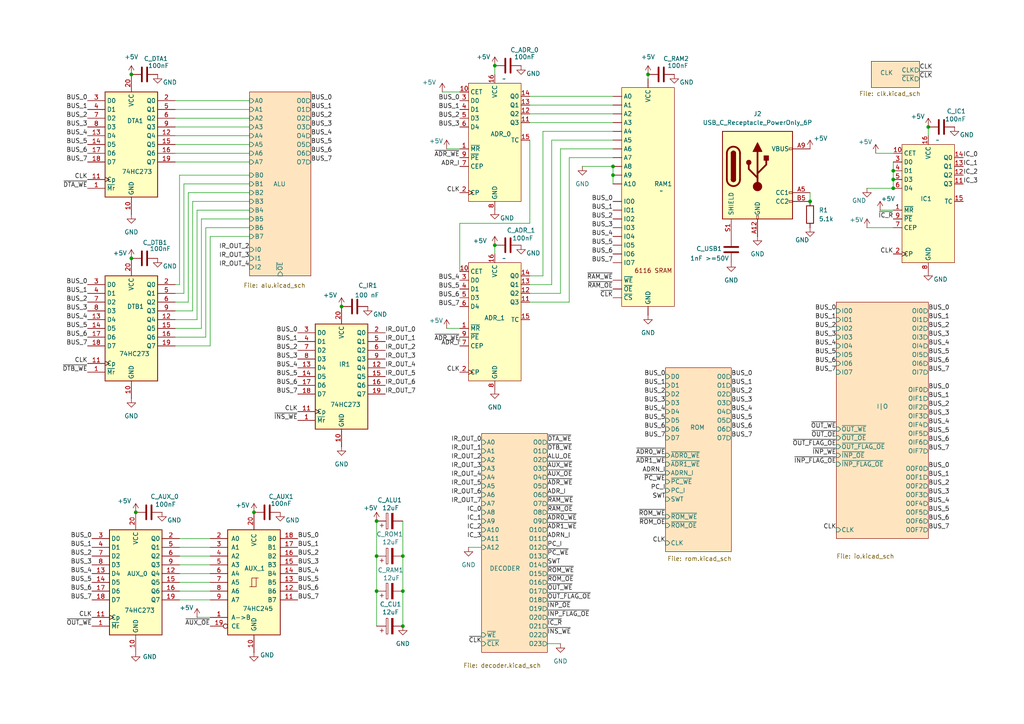
<source format=kicad_sch>
(kicad_sch (version 20250114) (generator "eeschema") (generator_version "9.0")
  (paper "A4")
  (title_block (title "8 bit CPU v2") (date "2025-09-14") (rev "1") (company "Sergio Miguéns Iglesias"))
  (lib_symbols
    (symbol "74xx:74HC245" (pin_names (offset 1.016))
      (property "Reference" "U" (at -7.62 16.51 0))
      (property "Value" "74HC245" (at -7.62 -16.51 0))
      (symbol "74HC245_1_0"
        (polyline (pts (xy -1.27 -1.27) (xy 0.635 -1.27) (xy 0.635 1.27) (xy 1.27 1.27)))
        (polyline (pts (xy -0.635 -1.27) (xy -0.635 1.27) (xy 0.635 1.27)))
        (pin tri_state line (at -12.7 12.7 0) (length 5.08) (name "A0") (number "2"))
        (pin tri_state line (at -12.7 10.16 0) (length 5.08) (name "A1") (number "3"))
        (pin tri_state line (at -12.7 7.62 0) (length 5.08) (name "A2") (number "4"))
        (pin tri_state line (at -12.7 5.08 0) (length 5.08) (name "A3") (number "5"))
        (pin tri_state line (at -12.7 2.54 0) (length 5.08) (name "A4") (number "6"))
        (pin tri_state line (at -12.7 0 0) (length 5.08) (name "A5") (number "7"))
        (pin tri_state line (at -12.7 -2.54 0) (length 5.08) (name "A6") (number "8"))
        (pin tri_state line (at -12.7 -5.08 0) (length 5.08) (name "A7") (number "9"))
        (pin input line (at -12.7 -10.16 0) (length 5.08) (name "A->B") (number "1"))
        (pin input inverted (at -12.7 -12.7 0) (length 5.08) (name "CE") (number "19"))
        (pin power_in line (at 0 20.32 270) (length 5.08) (name "VCC") (number "20"))
        (pin power_in line (at 0 -20.32 90) (length 5.08) (name "GND") (number "10"))
        (pin tri_state line (at 12.7 12.7 180) (length 5.08) (name "B0") (number "18"))
        (pin tri_state line (at 12.7 10.16 180) (length 5.08) (name "B1") (number "17"))
        (pin tri_state line (at 12.7 7.62 180) (length 5.08) (name "B2") (number "16"))
        (pin tri_state line (at 12.7 5.08 180) (length 5.08) (name "B3") (number "15"))
        (pin tri_state line (at 12.7 2.54 180) (length 5.08) (name "B4") (number "14"))
        (pin tri_state line (at 12.7 0 180) (length 5.08) (name "B5") (number "13"))
        (pin tri_state line (at 12.7 -2.54 180) (length 5.08) (name "B6") (number "12"))
        (pin tri_state line (at 12.7 -5.08 180) (length 5.08) (name "B7") (number "11"))
      )
      (symbol "74HC245_1_1"
        (rectangle (start -7.62 15.24) (end 7.62 -15.24) (stroke (width 0.254)) (fill (type background)))
      )
    )
    (symbol "74xx:74HC273"
      (property "Reference" "U" (at -7.62 16.51 0))
      (property "Value" "74HC273" (at -7.62 -16.51 0))
      (symbol "74HC273_1_0"
        (pin input line (at -12.7 12.7 0) (length 5.08) (name "D0") (number "3"))
        (pin input line (at -12.7 10.16 0) (length 5.08) (name "D1") (number "4"))
        (pin input line (at -12.7 7.62 0) (length 5.08) (name "D2") (number "7"))
        (pin input line (at -12.7 5.08 0) (length 5.08) (name "D3") (number "8"))
        (pin input line (at -12.7 2.54 0) (length 5.08) (name "D4") (number "13"))
        (pin input line (at -12.7 0 0) (length 5.08) (name "D5") (number "14"))
        (pin input line (at -12.7 -2.54 0) (length 5.08) (name "D6") (number "17"))
        (pin input line (at -12.7 -5.08 0) (length 5.08) (name "D7") (number "18"))
        (pin input clock (at -12.7 -10.16 0) (length 5.08) (name "Cp") (number "11"))
        (pin input line (at -12.7 -12.7 0) (length 5.08) (name "~{Mr}") (number "1"))
        (pin power_in line (at 0 20.32 270) (length 5.08) (name "VCC") (number "20"))
        (pin power_in line (at 0 -20.32 90) (length 5.08) (name "GND") (number "10"))
        (pin output line (at 12.7 12.7 180) (length 5.08) (name "Q0") (number "2"))
        (pin output line (at 12.7 10.16 180) (length 5.08) (name "Q1") (number "5"))
        (pin output line (at 12.7 7.62 180) (length 5.08) (name "Q2") (number "6"))
        (pin output line (at 12.7 5.08 180) (length 5.08) (name "Q3") (number "9"))
        (pin output line (at 12.7 2.54 180) (length 5.08) (name "Q4") (number "12"))
        (pin output line (at 12.7 0 180) (length 5.08) (name "Q5") (number "15"))
        (pin output line (at 12.7 -2.54 180) (length 5.08) (name "Q6") (number "16"))
        (pin output line (at 12.7 -5.08 180) (length 5.08) (name "Q7") (number "19"))
      )
      (symbol "74HC273_1_1"
        (rectangle (start -7.62 15.24) (end 7.62 -15.24) (stroke (width 0.254)) (fill (type background)))
      )
    )
    (symbol "Connector:USB_C_Receptacle_PowerOnly_6P" (pin_names (offset 1.016))
      (property "Reference" "J" (at 0 16.51 0))
      (property "Value" "USB_C_Receptacle_PowerOnly_6P" (at 0 13.97 0))
      (symbol "USB_C_Receptacle_PowerOnly_6P_0_0"
        (rectangle (start -0.254 -12.7) (end 0.254 -11.684))
        (rectangle (start 10.16 7.874) (end 9.144 7.366))
        (rectangle (start 10.16 -4.826) (end 9.144 -5.334))
        (rectangle (start 10.16 -7.366) (end 9.144 -7.874))
      )
      (symbol "USB_C_Receptacle_PowerOnly_6P_0_1"
        (rectangle (start -10.16 12.7) (end 10.16 -12.7) (stroke (width 0.254)) (fill (type background)))
        (polyline (pts (xy -8.89 -1.27) (xy -8.89 6.35)) (stroke (width 0.508)))
        (rectangle (start -7.62 -1.27) (end -6.35 6.35) (stroke (width 0.254)) (fill (type outline)))
        (arc (start -7.62 6.35) (mid -6.985 6.9823) (end -6.35 6.35) (stroke (width 0.254)))
        (arc (start -7.62 6.35) (mid -6.985 6.9823) (end -6.35 6.35) (stroke (width 0.254)) (fill (type outline)))
        (arc (start -8.89 6.35) (mid -6.985 8.2467) (end -5.08 6.35) (stroke (width 0.508)))
        (arc (start -5.08 -1.27) (mid -6.985 -3.1667) (end -8.89 -1.27) (stroke (width 0.508)))
        (arc (start -6.35 -1.27) (mid -6.985 -1.9023) (end -7.62 -1.27) (stroke (width 0.254)))
        (arc (start -6.35 -1.27) (mid -6.985 -1.9023) (end -7.62 -1.27) (stroke (width 0.254)) (fill (type outline)))
        (polyline (pts (xy -5.08 6.35) (xy -5.08 -1.27)) (stroke (width 0.508)))
        (circle (center -2.54 3.683) (radius 0.635) (stroke (width 0.254)) (fill (type outline)))
        (polyline (pts (xy -1.27 6.858) (xy 0 9.398) (xy 1.27 6.858) (xy -1.27 6.858)) (stroke (width 0.254)) (fill (type outline)))
        (polyline (pts (xy 0 0.508) (xy 2.54 3.048) (xy 2.54 4.318)) (stroke (width 0.508)))
        (polyline (pts (xy 0 -0.762) (xy -2.54 1.778) (xy -2.54 3.048)) (stroke (width 0.508)))
        (polyline (pts (xy 0 -3.302) (xy 0 6.858)) (stroke (width 0.508)))
        (circle (center 0 -3.302) (radius 1.27) (fill (type outline)))
        (rectangle (start 1.905 4.318) (end 3.175 5.588) (stroke (width 0.254)) (fill (type outline)))
      )
      (symbol "USB_C_Receptacle_PowerOnly_6P_1_1"
        (pin passive line (at -7.62 -17.78 90) (length 5.08) (name "SHIELD") (number "S1"))
        (pin passive line (at 0 -17.78 90) (length 5.08) (name "GND") (number "A12"))
        (pin passive line (at 0 -17.78 90) (length 5.08) (hide yes) (name "GND") (number "B12"))
        (pin passive line (at 15.24 7.62 180) (length 5.08) (name "VBUS") (number "A9"))
        (pin passive line (at 15.24 7.62 180) (length 5.08) (hide yes) (name "VBUS") (number "B9"))
        (pin bidirectional line (at 15.24 -5.08 180) (length 5.08) (name "CC1") (number "A5"))
        (pin bidirectional line (at 15.24 -7.62 180) (length 5.08) (name "CC2") (number "B5"))
      )
    )
    (symbol "Device:C" (pin_numbers (hide yes)) (pin_names (offset 0.254))
      (property "Reference" "C" (at 0.635 2.54 0))
      (property "Value" "C" (at 0.635 -2.54 0))
      (symbol "C_0_1"
        (polyline (pts (xy -2.032 0.762) (xy 2.032 0.762)) (stroke (width 0.508)))
        (polyline (pts (xy -2.032 -0.762) (xy 2.032 -0.762)) (stroke (width 0.508)))
      )
      (symbol "C_1_1"
        (pin passive line (at 0 3.81 270) (length 2.794) (name "~") (number "1"))
        (pin passive line (at 0 -3.81 90) (length 2.794) (name "~") (number "2"))
      )
    )
    (symbol "Device:C_Polarized" (pin_numbers (hide yes)) (pin_names (offset 0.254))
      (property "Reference" "C" (at 0.635 2.54 0))
      (property "Value" "C_Polarized" (at 0.635 -2.54 0))
      (symbol "C_Polarized_0_1"
        (rectangle (start -2.286 0.508) (end 2.286 1.016))
        (polyline (pts (xy -1.778 2.286) (xy -0.762 2.286)))
        (polyline (pts (xy -1.27 2.794) (xy -1.27 1.778)))
        (rectangle (start 2.286 -0.508) (end -2.286 -1.016) (fill (type outline)))
      )
      (symbol "C_Polarized_1_1"
        (pin passive line (at 0 3.81 270) (length 2.794) (name "~") (number "1"))
        (pin passive line (at 0 -3.81 90) (length 2.794) (name "~") (number "2"))
      )
    )
    (symbol "Device:R" (pin_numbers (hide yes)) (pin_names (offset 0))
      (property "Reference" "R" (at 2.032 0 90))
      (property "Value" "R" (at 0 0 90))
      (symbol "R_0_1"
        (rectangle (start -1.016 -2.54) (end 1.016 2.54) (stroke (width 0.254)))
      )
      (symbol "R_1_1"
        (pin passive line (at 0 3.81 270) (length 1.27) (name "~") (number "1"))
        (pin passive line (at 0 -3.81 90) (length 1.27) (name "~") (number "2"))
      )
    )
    (symbol "custom:6116"
      (property "Reference" "U" (at 0 0 0))
      (symbol "6116_1_1"
        (rectangle (start -7.62 31.75) (end 7.62 -31.75) (fill (type background)))
        (text "6116 SRAM" (at 1.524 -21.336 0) (effects (font (size 1.27 1.27))))
        (pin input line (at -10.16 29.21 0) (length 2.54) (name "A0") (number ""))
        (pin input line (at -10.16 26.67 0) (length 2.54) (name "A1") (number ""))
        (pin input line (at -10.16 24.13 0) (length 2.54) (name "A2") (number ""))
        (pin input line (at -10.16 21.59 0) (length 2.54) (name "A3") (number ""))
        (pin input line (at -10.16 19.05 0) (length 2.54) (name "A4") (number ""))
        (pin input line (at -10.16 16.51 0) (length 2.54) (name "A5") (number ""))
        (pin input line (at -10.16 13.97 0) (length 2.54) (name "A6") (number ""))
        (pin input line (at -10.16 11.43 0) (length 2.54) (name "A7") (number ""))
        (pin input line (at -10.16 8.89 0) (length 2.54) (name "A8") (number ""))
        (pin input line (at -10.16 6.35 0) (length 2.54) (name "A9") (number ""))
        (pin input line (at -10.16 3.81 0) (length 2.54) (name "A10") (number ""))
        (pin tri_state line (at -10.16 -1.27 0) (length 2.54) (name "IO0") (number ""))
        (pin tri_state line (at -10.16 -3.81 0) (length 2.54) (name "IO1") (number ""))
        (pin tri_state line (at -10.16 -6.35 0) (length 2.54) (name "IO2") (number ""))
        (pin tri_state line (at -10.16 -8.89 0) (length 2.54) (name "IO3") (number ""))
        (pin tri_state line (at -10.16 -11.43 0) (length 2.54) (name "IO4") (number ""))
        (pin tri_state line (at -10.16 -13.97 0) (length 2.54) (name "IO5") (number ""))
        (pin tri_state line (at -10.16 -16.51 0) (length 2.54) (name "IO6") (number ""))
        (pin tri_state line (at -10.16 -19.05 0) (length 2.54) (name "IO7") (number ""))
        (pin input line (at -10.16 -24.13 0) (length 2.54) (name "~{WE}") (number ""))
        (pin input line (at -10.16 -26.67 0) (length 2.54) (name "~{OE}") (number ""))
        (pin input line (at -10.16 -29.21 0) (length 2.54) (name "~{CS}") (number ""))
        (pin power_in line (at 0 34.29 270) (length 2.54) (name "VCC") (number ""))
        (pin power_in line (at 0 -34.29 90) (length 2.54) (name "GND") (number ""))
      )
    )
    (symbol "custom:74HC161"
      (property "Reference" "U" (at 0 0 0))
      (symbol "74HC161_1_1"
        (rectangle (start -7.62 16.51) (end 7.62 -17.78) (fill (type background)))
        (pin input line (at -10.16 13.97 0) (length 2.54) (name "CET") (number "10"))
        (pin input line (at -10.16 11.43 0) (length 2.54) (name "D0") (number "3"))
        (pin input line (at -10.16 8.89 0) (length 2.54) (name "D1") (number "4"))
        (pin input line (at -10.16 6.35 0) (length 2.54) (name "D3") (number "5"))
        (pin input line (at -10.16 3.81 0) (length 2.54) (name "D4") (number "6"))
        (pin input line (at -10.16 -2.54 0) (length 2.54) (name "~{MR}") (number "1"))
        (pin input line (at -10.16 -5.08 0) (length 2.54) (name "~{PE}") (number "9"))
        (pin input line (at -10.16 -7.62 0) (length 2.54) (name "CEP") (number "7"))
        (pin input clock (at -10.16 -15.24 0) (length 2.54) (name "CP") (number "2"))
        (pin power_in line (at 0 19.05 270) (length 2.54) (name "VCC") (number "16"))
        (pin power_in line (at 0 -20.32 90) (length 2.54) (name "GND") (number "8"))
        (pin output line (at 10.16 12.7 180) (length 2.54) (name "Q0") (number "14"))
        (pin output line (at 10.16 10.16 180) (length 2.54) (name "Q1") (number "13"))
        (pin output line (at 10.16 7.62 180) (length 2.54) (name "Q2") (number "12"))
        (pin output line (at 10.16 5.08 180) (length 2.54) (name "Q3") (number "11"))
        (pin output line (at 10.16 0 180) (length 2.54) (name "TC") (number "15"))
      )
    )
    (symbol "power:+5V" (power) (pin_numbers (hide yes)) (pin_names (offset 0) (hide yes))
      (property "Value" "+5V" (at 0 3.556 0))
      (symbol "+5V_0_1"
        (polyline (pts (xy -0.762 1.27) (xy 0 2.54)))
        (polyline (pts (xy 0 2.54) (xy 0.762 1.27)))
        (polyline (pts (xy 0 0) (xy 0 2.54)))
      )
      (symbol "+5V_1_1"
        (pin power_in line (at 0 0 90) (length 0) (name "~") (number "1"))
      )
    )
    (symbol "power:GND" (power) (pin_numbers (hide yes)) (pin_names (offset 0) (hide yes))
      (property "Value" "GND" (at 0 -3.81 0))
      (symbol "GND_0_1"
        (polyline (pts (xy 0 0) (xy 0 -1.27) (xy 1.27 -1.27) (xy 0 -2.54) (xy -1.27 -1.27) (xy 0 -1.27)))
      )
      (symbol "GND_1_1"
        (pin power_in line (at 0 0 270) (length 0) (name "~") (number "1"))
      )
    )
  )
  (junction (at 38.1 74.93))
  (junction (at 116.84 161.29))
  (junction (at 143.51 71.12))
  (junction (at 38.1 21.59))
  (junction (at 109.22 151.13))
  (junction (at 177.8 48.26))
  (junction (at 269.24 36.83))
  (junction (at 234.95 58.42))
  (junction (at 116.84 171.45))
  (junction (at 259.08 54.61))
  (junction (at 187.96 21.59))
  (junction (at 39.37 148.59))
  (junction (at 143.51 19.05))
  (junction (at 116.84 181.61))
  (junction (at 99.06 88.9))
  (junction (at 109.22 171.45))
  (junction (at 177.8 50.8))
  (junction (at 259.08 49.53))
  (junction (at 259.08 52.07))
  (junction (at 109.22 161.29))
  (junction (at 73.66 148.59))
  (wire (pts (xy 50.8 41.91) (xy 72.39 41.91)))
  (wire (pts (xy 153.67 40.64) (xy 153.67 64.77)))
  (wire (pts (xy 50.8 46.99) (xy 72.39 46.99)))
  (wire (pts (xy 234.95 55.88) (xy 234.95 58.42)))
  (wire (pts (xy 60.96 168.91) (xy 52.07 168.91)))
  (wire (pts (xy 153.67 64.77) (xy 133.35 64.77)))
  (wire (pts (xy 135.89 158.75) (xy 139.7 158.75)))
  (wire (pts (xy 133.35 43.18) (xy 129.54 43.18)))
  (wire (pts (xy 158.75 186.69) (xy 162.56 186.69)))
  (wire (pts (xy 60.96 100.33) (xy 60.96 68.58)))
  (wire (pts (xy 50.8 44.45) (xy 72.39 44.45)))
  (wire (pts (xy 133.35 97.79) (xy 133.35 99.06)))
  (wire (pts (xy 50.8 34.29) (xy 72.39 34.29)))
  (wire (pts (xy 54.61 87.63) (xy 54.61 55.88)))
  (wire (pts (xy 153.67 35.56) (xy 177.8 35.56)))
  (wire (pts (xy 52.07 82.55) (xy 52.07 50.8)))
  (wire (pts (xy 165.1 87.63) (xy 153.67 87.63)))
  (wire (pts (xy 177.8 48.26) (xy 177.8 50.8)))
  (wire (pts (xy 177.8 50.8) (xy 177.8 53.34)))
  (wire (pts (xy 60.96 173.99) (xy 52.07 173.99)))
  (wire (pts (xy 59.69 66.04) (xy 72.39 66.04)))
  (wire (pts (xy 50.8 100.33) (xy 60.96 100.33)))
  (wire (pts (xy 157.48 38.1) (xy 177.8 38.1)))
  (wire (pts (xy 57.15 92.71) (xy 57.15 60.96)))
  (wire (pts (xy 50.8 39.37) (xy 72.39 39.37)))
  (wire (pts (xy 58.42 63.5) (xy 72.39 63.5)))
  (wire (pts (xy 60.96 163.83) (xy 52.07 163.83)))
  (wire (pts (xy 177.8 45.72) (xy 165.1 45.72)))
  (wire (pts (xy 187.96 21.59) (xy 187.96 22.86)))
  (wire (pts (xy 57.15 179.07) (xy 60.96 179.07)))
  (wire (pts (xy 128.27 26.67) (xy 133.35 26.67)))
  (wire (pts (xy 251.46 66.04) (xy 259.08 66.04)))
  (wire (pts (xy 259.08 60.96) (xy 255.27 60.96)))
  (wire (pts (xy 55.88 58.42) (xy 72.39 58.42)))
  (wire (pts (xy 259.08 52.07) (xy 259.08 54.61)))
  (wire (pts (xy 153.67 27.94) (xy 177.8 27.94)))
  (wire (pts (xy 60.96 171.45) (xy 52.07 171.45)))
  (wire (pts (xy 50.8 31.75) (xy 72.39 31.75)))
  (wire (pts (xy 60.96 161.29) (xy 52.07 161.29)))
  (wire (pts (xy 143.51 71.12) (xy 143.51 73.66)))
  (wire (pts (xy 60.96 158.75) (xy 52.07 158.75)))
  (wire (pts (xy 58.42 95.25) (xy 58.42 63.5)))
  (wire (pts (xy 109.22 161.29) (xy 109.22 171.45)))
  (wire (pts (xy 133.35 64.77) (xy 133.35 78.74)))
  (wire (pts (xy 55.88 90.17) (xy 55.88 58.42)))
  (wire (pts (xy 60.96 166.37) (xy 52.07 166.37)))
  (wire (pts (xy 116.84 151.13) (xy 116.84 161.29)))
  (wire (pts (xy 160.02 82.55) (xy 153.67 82.55)))
  (wire (pts (xy 157.48 80.01) (xy 157.48 38.1)))
  (wire (pts (xy 59.69 97.79) (xy 59.69 66.04)))
  (wire (pts (xy 53.34 85.09) (xy 53.34 53.34)))
  (wire (pts (xy 50.8 29.21) (xy 72.39 29.21)))
  (wire (pts (xy 162.56 85.09) (xy 162.56 43.18)))
  (wire (pts (xy 57.15 60.96) (xy 72.39 60.96)))
  (wire (pts (xy 160.02 40.64) (xy 160.02 82.55)))
  (wire (pts (xy 54.61 55.88) (xy 72.39 55.88)))
  (wire (pts (xy 50.8 87.63) (xy 54.61 87.63)))
  (wire (pts (xy 60.96 156.21) (xy 52.07 156.21)))
  (wire (pts (xy 153.67 33.02) (xy 177.8 33.02)))
  (wire (pts (xy 259.08 49.53) (xy 259.08 52.07)))
  (wire (pts (xy 50.8 36.83) (xy 72.39 36.83)))
  (wire (pts (xy 269.24 36.83) (xy 269.24 39.37)))
  (wire (pts (xy 50.8 92.71) (xy 57.15 92.71)))
  (wire (pts (xy 153.67 80.01) (xy 157.48 80.01)))
  (wire (pts (xy 143.51 19.05) (xy 143.51 21.59)))
  (wire (pts (xy 259.08 46.99) (xy 259.08 49.53)))
  (wire (pts (xy 53.34 53.34) (xy 72.39 53.34)))
  (wire (pts (xy 153.67 30.48) (xy 177.8 30.48)))
  (wire (pts (xy 116.84 171.45) (xy 116.84 181.61)))
  (wire (pts (xy 177.8 40.64) (xy 160.02 40.64)))
  (wire (pts (xy 254 44.45) (xy 259.08 44.45)))
  (wire (pts (xy 133.35 95.25) (xy 129.54 95.25)))
  (wire (pts (xy 50.8 90.17) (xy 55.88 90.17)))
  (wire (pts (xy 60.96 68.58) (xy 72.39 68.58)))
  (wire (pts (xy 153.67 85.09) (xy 162.56 85.09)))
  (wire (pts (xy 50.8 85.09) (xy 53.34 85.09)))
  (wire (pts (xy 50.8 95.25) (xy 58.42 95.25)))
  (wire (pts (xy 52.07 82.55) (xy 50.8 82.55)))
  (wire (pts (xy 162.56 43.18) (xy 177.8 43.18)))
  (wire (pts (xy 52.07 50.8) (xy 72.39 50.8)))
  (wire (pts (xy 177.8 48.26) (xy 168.91 48.26)))
  (wire (pts (xy 109.22 151.13) (xy 109.22 161.29)))
  (wire (pts (xy 50.8 97.79) (xy 59.69 97.79)))
  (wire (pts (xy 251.46 54.61) (xy 259.08 54.61)))
  (wire (pts (xy 165.1 45.72) (xy 165.1 87.63)))
  (wire (pts (xy 116.84 161.29) (xy 116.84 171.45)))
  (wire (pts (xy 109.22 171.45) (xy 109.22 181.61)))
  (label "ADR_I" (at 158.75 143.51 0))
  (label "BUS_2" (at 86.36 101.6 180))
  (label "~{ADR_WE}" (at 133.35 45.72 180))
  (label "BUS_1" (at 269.24 92.71 0))
  (label "BUS_0" (at 86.36 156.21 0))
  (label "IR_OUT_3" (at 72.39 74.93 180))
  (label "IC_0" (at 139.7 148.59 180))
  (label "~{INP_OE}" (at 158.75 176.53 0))
  (label "IR_OUT_1" (at 139.7 130.81 180))
  (label "BUS_2" (at 177.8 63.5 180))
  (label "~{OUT_WE}" (at 26.67 181.61 180))
  (label "BUS_1" (at 269.24 115.57 0))
  (label "BUS_4" (at 25.4 39.37 180))
  (label "ADRN_I" (at 158.75 156.21 0))
  (label "~{IC_R}" (at 259.08 63.5 180))
  (label "BUS_0" (at 269.24 90.17 0))
  (label "BUS_7" (at 86.36 114.3 180))
  (label "BUS_4" (at 242.57 100.33 180))
  (label "BUS_6" (at 26.67 171.45 180))
  (label "BUS_5" (at 90.17 41.91 0))
  (label "~{ADR0_WE}" (at 158.75 151.13 0))
  (label "BUS_5" (at 269.24 148.59 0))
  (label "~{INP_WE}" (at 242.57 132.08 180))
  (label "IR_OUT_2" (at 72.39 72.39 180))
  (label "BUS_6" (at 90.17 44.45 0))
  (label "BUS_2" (at 86.36 161.29 0))
  (label "~{ADR_WE}" (at 158.75 140.97 0))
  (label "IC_1" (at 139.7 151.13 180))
  (label "BUS_6" (at 177.8 73.66 180))
  (label "BUS_0" (at 269.24 113.03 0))
  (label "BUS_4" (at 26.67 166.37 180))
  (label "IR_OUT_1" (at 111.76 99.06 0))
  (label "BUS_6" (at 25.4 97.79 180))
  (label "~{OUT_WE}" (at 242.57 124.46 180))
  (label "BUS_1" (at 133.35 31.75 180))
  (label "BUS_2" (at 242.57 95.25 180))
  (label "CLK" (at 25.4 105.41 180))
  (label "BUS_3" (at 212.09 116.84 0))
  (label "BUS_3" (at 86.36 104.14 180))
  (label "BUS_6" (at 212.09 124.46 0))
  (label "BUS_7" (at 193.04 127 180))
  (label "BUS_6" (at 242.57 105.41 180))
  (label "~{INS_WE}" (at 158.75 184.15 0))
  (label "BUS_5" (at 86.36 168.91 0))
  (label "~{AUX_OE}" (at 60.96 181.61 180))
  (label "IR_OUT_0" (at 139.7 128.27 180))
  (label "BUS_3" (at 269.24 143.51 0))
  (label "~{RAM_WE}" (at 177.8 81.28 180))
  (label "CLK" (at 26.67 179.07 180))
  (label "BUS_2" (at 269.24 140.97 0))
  (label "BUS_2" (at 212.09 114.3 0))
  (label "BUS_0" (at 133.35 29.21 180))
  (label "BUS_7" (at 269.24 107.95 0))
  (label "CLK" (at 86.36 119.38 180))
  (label "BUS_3" (at 90.17 36.83 0))
  (label "IR_OUT_5" (at 111.76 109.22 0))
  (label "CLK" (at 266.7 20.32 0))
  (label "BUS_5" (at 86.36 109.22 180))
  (label "BUS_3" (at 25.4 36.83 180))
  (label "ADR_I" (at 133.35 48.26 180))
  (label "BUS_1" (at 25.4 31.75 180))
  (label "ADRN_I" (at 193.04 137.16 180))
  (label "~{ADR1_WE}" (at 158.75 153.67 0))
  (label "BUS_1" (at 26.67 158.75 180))
  (label "~{ROM_WE}" (at 193.04 149.86 180))
  (label "BUS_3" (at 86.36 163.83 0))
  (label "BUS_2" (at 269.24 95.25 0))
  (label "BUS_6" (at 193.04 124.46 180))
  (label "SWT" (at 193.04 144.78 180))
  (label "BUS_2" (at 90.17 34.29 0))
  (label "CLK" (at 133.35 107.95 180))
  (label "BUS_0" (at 86.36 96.52 180))
  (label "IR_OUT_6" (at 111.76 111.76 0))
  (label "BUS_4" (at 269.24 146.05 0))
  (label "~{INP_FLAG_OE}" (at 242.57 134.62 180))
  (label "ALU_OE" (at 158.75 133.35 0))
  (label "BUS_7" (at 269.24 130.81 0))
  (label "BUS_3" (at 269.24 97.79 0))
  (label "BUS_7" (at 212.09 127 0))
  (label "SWT" (at 158.75 163.83 0))
  (label "IR_OUT_3" (at 139.7 135.89 180))
  (label "BUS_4" (at 269.24 123.19 0))
  (label "BUS_1" (at 269.24 138.43 0))
  (label "BUS_0" (at 26.67 156.21 180))
  (label "BUS_7" (at 25.4 46.99 180))
  (label "BUS_2" (at 193.04 114.3 180))
  (label "BUS_4" (at 25.4 92.71 180))
  (label "~{PC_WE}" (at 193.04 139.7 180))
  (label "BUS_0" (at 25.4 29.21 180))
  (label "PC_I" (at 193.04 142.24 180))
  (label "BUS_4" (at 86.36 166.37 0))
  (label "BUS_3" (at 177.8 66.04 180))
  (label "BUS_2" (at 25.4 34.29 180))
  (label "~{INS_WE}" (at 86.36 121.92 180))
  (label "~{PC_WE}" (at 158.75 161.29 0))
  (label "BUS_2" (at 269.24 118.11 0))
  (label "BUS_6" (at 133.35 86.36 180))
  (label "~{RAM_WE}" (at 158.75 146.05 0))
  (label "BUS_1" (at 25.4 85.09 180))
  (label "BUS_4" (at 86.36 106.68 180))
  (label "BUS_4" (at 193.04 119.38 180))
  (label "BUS_5" (at 269.24 102.87 0))
  (label "BUS_7" (at 25.4 100.33 180))
  (label "~{RAM_OE}" (at 158.75 148.59 0))
  (label "BUS_1" (at 242.57 92.71 180))
  (label "BUS_7" (at 269.24 153.67 0))
  (label "BUS_6" (at 86.36 111.76 180))
  (label "BUS_3" (at 25.4 90.17 180))
  (label "~{IC_R}" (at 158.75 181.61 0))
  (label "~{ADR1_WE}" (at 193.04 134.62 180))
  (label "BUS_1" (at 90.17 31.75 0))
  (label "BUS_1" (at 212.09 111.76 0))
  (label "CLK" (at 193.04 157.48 180))
  (label "BUS_6" (at 269.24 105.41 0))
  (label "BUS_6" (at 86.36 171.45 0))
  (label "~{ROM_WE}" (at 158.75 166.37 0))
  (label "~{CLK}" (at 177.8 86.36 180))
  (label "IC_1" (at 279.4 48.26 0))
  (label "BUS_1" (at 177.8 60.96 180))
  (label "BUS_4" (at 133.35 81.28 180))
  (label "BUS_2" (at 25.4 87.63 180))
  (label "BUS_7" (at 86.36 173.99 0))
  (label "ADR_I" (at 133.35 100.33 180))
  (label "BUS_7" (at 26.67 173.99 180))
  (label "~{OUT_WE}" (at 158.75 171.45 0))
  (label "~{INP_FLAG_OE}" (at 158.75 179.07 0))
  (label "~{CLK}" (at 139.7 186.69 180))
  (label "~{ROM_OE}" (at 158.75 168.91 0))
  (label "BUS_5" (at 212.09 121.92 0))
  (label "BUS_5" (at 133.35 83.82 180))
  (label "IR_OUT_7" (at 111.76 114.3 0))
  (label "~{DTB_WE}" (at 158.75 130.81 0))
  (label "~{CLK}" (at 266.7 22.86 0))
  (label "BUS_6" (at 269.24 151.13 0))
  (label "BUS_5" (at 242.57 102.87 180))
  (label "~{OUT_FLAG_OE}" (at 242.57 129.54 180))
  (label "BUS_5" (at 25.4 95.25 180))
  (label "CLK" (at 133.35 55.88 180))
  (label "BUS_3" (at 242.57 97.79 180))
  (label "~{RAM_OE}" (at 177.8 83.82 180))
  (label "BUS_3" (at 269.24 120.65 0))
  (label "~{DTB_WE}" (at 25.4 107.95 180))
  (label "CLK" (at 259.08 73.66 180))
  (label "~{OUT_OE}" (at 242.57 127 180))
  (label "~{DTA_WE}" (at 158.75 128.27 0))
  (label "BUS_0" (at 242.57 90.17 180))
  (label "BUS_1" (at 86.36 158.75 0))
  (label "BUS_3" (at 133.35 36.83 180))
  (label "IR_OUT_2" (at 139.7 133.35 180))
  (label "BUS_4" (at 212.09 119.38 0))
  (label "BUS_2" (at 26.67 161.29 180))
  (label "BUS_0" (at 193.04 109.22 180))
  (label "IR_OUT_4" (at 72.39 77.47 180))
  (label "BUS_0" (at 25.4 82.55 180))
  (label "BUS_2" (at 133.35 34.29 180))
  (label "CLK" (at 242.57 153.67 180))
  (label "IR_OUT_4" (at 139.7 138.43 180))
  (label "BUS_4" (at 90.17 39.37 0))
  (label "BUS_7" (at 133.35 88.9 180))
  (label "BUS_0" (at 90.17 29.21 0))
  (label "IR_OUT_2" (at 111.76 101.6 0))
  (label "BUS_4" (at 269.24 100.33 0))
  (label "~{AUX_WE}" (at 158.75 135.89 0))
  (label "BUS_3" (at 26.67 163.83 180))
  (label "BUS_1" (at 193.04 111.76 180))
  (label "IC_2" (at 139.7 153.67 180))
  (label "BUS_1" (at 86.36 99.06 180))
  (label "IR_OUT_6" (at 139.7 143.51 180))
  (label "~{ADR_WE}" (at 133.35 99.06 180))
  (label "BUS_3" (at 193.04 116.84 180))
  (label "BUS_7" (at 90.17 46.99 0))
  (label "BUS_0" (at 177.8 58.42 180))
  (label "BUS_6" (at 269.24 128.27 0))
  (label "PC_I" (at 158.75 158.75 0))
  (label "IR_OUT_4" (at 111.76 106.68 0))
  (label "~{ROM_OE}" (at 193.04 152.4 180))
  (label "BUS_5" (at 177.8 71.12 180))
  (label "BUS_7" (at 177.8 76.2 180))
  (label "~{AUX_OE}" (at 158.75 138.43 0))
  (label "BUS_5" (at 193.04 121.92 180))
  (label "CLK" (at 25.4 52.07 180))
  (label "IC_3" (at 139.7 156.21 180))
  (label "~{OUT_FLAG_OE}" (at 158.75 173.99 0))
  (label "BUS_0" (at 212.09 109.22 0))
  (label "IR_OUT_7" (at 139.7 146.05 180))
  (label "IR_OUT_3" (at 111.76 104.14 0))
  (label "IC_0" (at 279.4 45.72 0))
  (label "BUS_6" (at 25.4 44.45 180))
  (label "IR_OUT_0" (at 111.76 96.52 0))
  (label "IR_OUT_5" (at 139.7 140.97 180))
  (label "~{ADR0_WE}" (at 193.04 132.08 180))
  (label "BUS_7" (at 242.57 107.95 180))
  (label "IC_2" (at 279.4 50.8 0))
  (label "BUS_5" (at 26.67 168.91 180))
  (label "IC_3" (at 279.4 53.34 0))
  (label "BUS_4" (at 177.8 68.58 180))
  (label "BUS_0" (at 269.24 135.89 0))
  (label "~{DTA_WE}" (at 25.4 54.61 180))
  (label "BUS_5" (at 269.24 125.73 0))
  (label "BUS_5" (at 25.4 41.91 180))
  (symbol (lib_id "Device:C") (at 41.91 74.93 90) (unit 1)
    (property "Reference" "C_DTB1" (at 44.958 70.358 90))
    (property "Value" "100nF" (at 46.482 72.136 90))
    (property "Description" "Unpolarized capacitor" (effects (hide yes)))
  )
  (symbol (lib_id "power:GND") (at 73.66 189.23 0) (unit 1)
    (property "Reference" "#PWR0156" (effects (hide yes)))
    (property "Value" "GND" (at 77.47 189.992 0))
    (property "Description" "Power symbol creates a global label with name \"GND\" , ground" (effects (hide yes)))
  )
  (symbol (lib_id "Device:C_Polarized") (at 113.03 161.29 90) (unit 1)
    (property "Reference" "C_ROM1" (at 113.03 154.94 90))
    (property "Value" "12uF" (at 113.284 157.226 90))
    (property "Description" "Polarized capacitor" (effects (hide yes)))
  )
  (symbol (lib_id "Device:C") (at 102.87 88.9 90) (unit 1)
    (property "Reference" "C_IR1" (at 106.68 82.804 90))
    (property "Value" "100 nF" (at 106.426 85.598 90))
    (property "Description" "Unpolarized capacitor" (effects (hide yes)))
  )
  (symbol (lib_id "power:GND") (at 45.72 21.59 0) (unit 1)
    (property "Reference" "#PWR0150" (effects (hide yes)))
    (property "Value" "GND" (at 49.276 23.876 0))
    (property "Description" "Power symbol creates a global label with name \"GND\" , ground" (effects (hide yes)))
  )
  (symbol (lib_id "power:+5V") (at 187.96 21.59 0) (unit 1)
    (property "Reference" "#PWR0115" (effects (hide yes)))
    (property "Value" "+5V" (at 187.96 16.51 0))
    (property "Description" "Power symbol creates a global label with name \"+5V\"" (effects (hide yes)))
  )
  (symbol (lib_id "power:GND") (at 151.13 71.12 0) (unit 1)
    (property "Reference" "#PWR018" (effects (hide yes)))
    (property "Value" "GND" (at 154.686 73.406 0))
    (property "Description" "Power symbol creates a global label with name \"GND\" , ground" (effects (hide yes)))
  )
  (symbol (lib_id "power:GND") (at 135.89 158.75 0) (unit 1)
    (property "Reference" "#PWR08" (effects (hide yes)))
    (property "Value" "GND" (at 135.89 163.83 0))
    (property "Description" "Power symbol creates a global label with name \"GND\" , ground" (effects (hide yes)))
  )
  (symbol (lib_id "power:GND") (at 168.91 48.26 0) (unit 1)
    (property "Reference" "#PWR0107" (effects (hide yes)))
    (property "Value" "GND" (at 168.91 53.34 0))
    (property "Description" "Power symbol creates a global label with name \"GND\" , ground" (effects (hide yes)))
  )
  (symbol (lib_id "power:GND") (at 106.68 88.9 0) (unit 1)
    (property "Reference" "#PWR0137" (effects (hide yes)))
    (property "Value" "GND" (at 110.236 91.186 0))
    (property "Description" "Power symbol creates a global label with name \"GND\" , ground" (effects (hide yes)))
  )
  (symbol (lib_id "power:+5V") (at 99.06 88.9 0) (unit 1)
    (property "Reference" "#PWR015" (effects (hide yes)))
    (property "Value" "+5V" (at 95.758 85.598 0))
    (property "Description" "Power symbol creates a global label with name \"+5V\"" (effects (hide yes)))
  )
  (symbol (lib_id "Device:C") (at 212.09 72.39 0) (unit 1)
    (property "Reference" "C_USB1" (at 201.93 72.136 0) (effects (justify left)))
    (property "Value" "1nF >=50V" (at 200.152 74.93 0) (effects (justify left)))
    (property "Description" "Unpolarized capacitor" (effects (hide yes)))
  )
  (symbol (lib_id "Connector:USB_C_Receptacle_PowerOnly_6P") (at 219.71 50.8 0) (unit 1)
    (property "Reference" "J2" (at 219.71 33.02 0))
    (property "Value" "USB_C_Receptacle_PowerOnly_6P" (at 219.71 35.56 0))
    (property "Datasheet" "https://www.usb.org/sites/default/files/documents/usb_type-c.zip" (effects (hide yes)))
    (property "Description" "USB Power-Only 6P Type-C Receptacle connector" (effects (hide yes)))
  )
  (symbol (lib_id "custom:6116") (at 187.96 57.15 0) (unit 1)
    (property "Reference" "RAM1" (at 189.738 53.34 0) (effects (justify left)))
    (property "Value" "~" (at 191.262 55.372 0) (effects (justify left)))
  )
  (symbol (lib_id "Device:R") (at 234.95 62.23 0) (unit 1)
    (property "Reference" "R1" (at 237.49 60.9599 0) (effects (justify left)))
    (property "Value" "5.1k" (at 237.49 63.4999 0) (effects (justify left)))
    (property "Description" "Resistor" (effects (hide yes)))
  )
  (symbol (lib_id "power:GND") (at 219.71 68.58 0) (unit 1)
    (property "Reference" "#PWR0192" (effects (hide yes)))
    (property "Value" "GND" (at 219.71 73.66 0))
    (property "Description" "Power symbol creates a global label with name \"GND\" , ground" (effects (hide yes)))
  )
  (symbol (lib_id "power:GND") (at 151.13 19.05 0) (unit 1)
    (property "Reference" "#PWR017" (effects (hide yes)))
    (property "Value" "GND" (at 154.686 21.336 0))
    (property "Description" "Power symbol creates a global label with name \"GND\" , ground" (effects (hide yes)))
  )
  (symbol (lib_id "74xx:74HC273") (at 38.1 41.91 0) (unit 1)
    (property "Reference" "DTA1" (at 36.83 35.052 0) (effects (justify left)))
    (property "Value" "74HC273" (at 35.306 49.784 0) (effects (justify left)))
    (property "Footprint" "Package_DIP:DIP-20_W7.62mm" (effects (hide yes)))
    (property "Datasheet" "https://assets.nexperia.com/documents/data-sheet/74HC_HCT273.pdf" (effects (hide yes)))
    (property "Description" "8-bit D Flip-Flop, reset" (effects (hide yes)))
  )
  (symbol (lib_id "power:+5V") (at 57.15 179.07 0) (unit 1)
    (property "Reference" "#PWR0154" (effects (hide yes)))
    (property "Value" "+5V" (at 54.102 176.276 0))
    (property "Description" "Power symbol creates a global label with name \"+5V\"" (effects (hide yes)))
  )
  (symbol (lib_id "power:+5V") (at 129.54 95.25 0) (unit 1)
    (property "Reference" "#PWR0110" (effects (hide yes)))
    (property "Value" "+5V" (at 126.492 92.964 0))
    (property "Description" "Power symbol creates a global label with name \"+5V\"" (effects (hide yes)))
  )
  (symbol (lib_id "power:GND") (at 38.1 115.57 0) (unit 1)
    (property "Reference" "#PWR02" (effects (hide yes)))
    (property "Value" "GND" (at 38.1 120.65 0))
    (property "Description" "Power symbol creates a global label with name \"GND\" , ground" (effects (hide yes)))
  )
  (symbol (lib_id "power:+5V") (at 39.37 148.59 0) (unit 1)
    (property "Reference" "#PWR0151" (effects (hide yes)))
    (property "Value" "+5V" (at 36.068 145.288 0))
    (property "Description" "Power symbol creates a global label with name \"+5V\"" (effects (hide yes)))
  )
  (symbol (lib_id "power:GND") (at 39.37 189.23 0) (unit 1)
    (property "Reference" "#PWR0152" (effects (hide yes)))
    (property "Value" "GND" (at 43.434 190.5 0))
    (property "Description" "Power symbol creates a global label with name \"GND\" , ground" (effects (hide yes)))
  )
  (symbol (lib_id "Device:C") (at 43.18 148.59 90) (unit 1)
    (property "Reference" "C_AUX_0" (at 47.752 144.018 90))
    (property "Value" "100nF" (at 48.006 146.304 90))
    (property "Description" "Unpolarized capacitor" (effects (hide yes)))
  )
  (symbol (lib_id "power:+5V") (at 254 44.45 0) (unit 1)
    (property "Reference" "#PWR0139" (effects (hide yes)))
    (property "Value" "+5V" (at 250.952 41.148 0))
    (property "Description" "Power symbol creates a global label with name \"+5V\"" (effects (hide yes)))
  )
  (symbol (lib_id "power:+5V") (at 129.54 43.18 0) (unit 1)
    (property "Reference" "#PWR0109" (effects (hide yes)))
    (property "Value" "+5V" (at 126.492 40.894 0))
    (property "Description" "Power symbol creates a global label with name \"+5V\"" (effects (hide yes)))
  )
  (symbol (lib_id "74xx:74HC245") (at 73.66 168.91 0) (unit 1)
    (property "Reference" "AUX_1" (at 70.866 164.846 0) (effects (justify left)))
    (property "Value" "74HC245" (at 70.358 176.53 0) (effects (justify left)))
    (property "Datasheet" "http://www.ti.com/lit/gpn/sn74HC245" (effects (hide yes)))
    (property "Description" "Octal BUS Transceivers, 3-State outputs" (effects (hide yes)))
  )
  (symbol (lib_id "Device:C") (at 77.47 148.59 90) (unit 1)
    (property "Reference" "C_AUX1" (at 81.534 144.018 90))
    (property "Value" "100nF" (at 81.534 146.05 90))
    (property "Description" "Unpolarized capacitor" (effects (hide yes)))
  )
  (symbol (lib_id "power:+5V") (at 269.24 36.83 0) (unit 1)
    (property "Reference" "#PWR0148" (effects (hide yes)))
    (property "Value" "+5V" (at 266.192 33.782 0))
    (property "Description" "Power symbol creates a global label with name \"+5V\"" (effects (hide yes)))
  )
  (symbol (lib_id "power:GND") (at 195.58 21.59 0) (unit 1)
    (property "Reference" "#PWR0133" (effects (hide yes)))
    (property "Value" "GND" (at 199.136 23.876 0))
    (property "Description" "Power symbol creates a global label with name \"GND\" , ground" (effects (hide yes)))
  )
  (symbol (lib_id "Device:C") (at 41.91 21.59 90) (unit 1)
    (property "Reference" "C_DTA1" (at 45.212 17.018 90))
    (property "Value" "100nF" (at 45.974 19.05 90))
    (property "Description" "Unpolarized capacitor" (effects (hide yes)))
  )
  (symbol (lib_id "power:GND") (at 143.51 113.03 0) (unit 1)
    (property "Reference" "#PWR0114" (effects (hide yes)))
    (property "Value" "GND" (at 143.51 118.11 0))
    (property "Description" "Power symbol creates a global label with name \"GND\" , ground" (effects (hide yes)))
  )
  (symbol (lib_id "power:GND") (at 116.84 181.61 0) (unit 1)
    (property "Reference" "#PWR0196" (effects (hide yes)))
    (property "Value" "GND" (at 116.84 186.69 0))
    (property "Description" "Power symbol creates a global label with name \"GND\" , ground" (effects (hide yes)))
  )
  (symbol (lib_id "power:GND") (at 38.1 62.23 0) (unit 1)
    (property "Reference" "#PWR01" (effects (hide yes)))
    (property "Value" "GND" (at 38.1 67.31 0))
    (property "Description" "Power symbol creates a global label with name \"GND\" , ground" (effects (hide yes)))
  )
  (symbol (lib_id "power:GND") (at 212.09 76.2 0) (unit 1)
    (property "Reference" "#PWR0191" (effects (hide yes)))
    (property "Value" "GND" (at 212.09 81.28 0))
    (property "Description" "Power symbol creates a global label with name \"GND\" , ground" (effects (hide yes)))
  )
  (symbol (lib_id "power:GND") (at 162.56 186.69 0) (unit 1)
    (property "Reference" "#PWR07" (effects (hide yes)))
    (property "Value" "GND" (at 162.56 191.77 0))
    (property "Description" "Power symbol creates a global label with name \"GND\" , ground" (effects (hide yes)))
  )
  (symbol (lib_id "power:GND") (at 143.51 60.96 0) (unit 1)
    (property "Reference" "#PWR0112" (effects (hide yes)))
    (property "Value" "GND" (at 147.066 63.246 0))
    (property "Description" "Power symbol creates a global label with name \"GND\" , ground" (effects (hide yes)))
  )
  (symbol (lib_id "Device:C_Polarized") (at 113.03 151.13 90) (unit 1)
    (property "Reference" "C_ALU1" (at 113.03 145.034 90))
    (property "Value" "12uF" (at 113.284 147.32 90))
    (property "Description" "Polarized capacitor" (effects (hide yes)))
  )
  (symbol (lib_id "Device:C_Polarized") (at 113.03 171.45 90) (unit 1)
    (property "Reference" "C_RAM1" (at 113.284 165.354 90))
    (property "Value" "12uF" (at 113.538 167.64 90))
    (property "Description" "Polarized capacitor" (effects (hide yes)))
  )
  (symbol (lib_id "power:GND") (at 45.72 74.93 0) (unit 1)
    (property "Reference" "#PWR0138" (effects (hide yes)))
    (property "Value" "GND" (at 49.276 77.216 0))
    (property "Description" "Power symbol creates a global label with name \"GND\" , ground" (effects (hide yes)))
  )
  (symbol (lib_id "power:+5V") (at 234.95 43.18 0) (unit 1)
    (property "Reference" "#PWR0194" (effects (hide yes)))
    (property "Value" "+5V" (at 237.998 40.132 0))
    (property "Description" "Power symbol creates a global label with name \"+5V\"" (effects (hide yes)))
  )
  (symbol (lib_id "power:GND") (at 81.28 148.59 0) (unit 1)
    (property "Reference" "#PWR0157" (effects (hide yes)))
    (property "Value" "GND" (at 84.836 150.876 0))
    (property "Description" "Power symbol creates a global label with name \"GND\" , ground" (effects (hide yes)))
  )
  (symbol (lib_id "power:+5V") (at 73.66 148.59 0) (unit 1)
    (property "Reference" "#PWR0155" (effects (hide yes)))
    (property "Value" "+5V" (at 70.358 146.558 0))
    (property "Description" "Power symbol creates a global label with name \"+5V\"" (effects (hide yes)))
  )
  (symbol (lib_id "custom:74HC161") (at 143.51 40.64 0) (unit 1)
    (property "Reference" "ADR_0" (at 142.24 38.862 0) (effects (justify left)))
    (property "Value" "~" (at 145.6533 22.86 0) (effects (justify left)))
  )
  (symbol (lib_id "custom:74HC161") (at 269.24 58.42 0) (unit 1)
    (property "Reference" "IC1" (at 266.954 57.658 0) (effects (justify left)))
    (property "Value" "~" (at 271.3833 40.64 0) (effects (justify left)))
  )
  (symbol (lib_id "Device:C") (at 273.05 36.83 90) (unit 1)
    (property "Reference" "C_IC1" (at 277.368 32.258 90))
    (property "Value" "100nF" (at 277.114 34.544 90))
    (property "Description" "Unpolarized capacitor" (effects (hide yes)))
  )
  (symbol (lib_id "power:+5V") (at 109.22 151.13 0) (unit 1)
    (property "Reference" "#PWR0195" (effects (hide yes)))
    (property "Value" "+5V" (at 107.442 147.32 0))
    (property "Description" "Power symbol creates a global label with name \"+5V\"" (effects (hide yes)))
  )
  (symbol (lib_id "power:+5V") (at 251.46 66.04 0) (unit 1)
    (property "Reference" "#PWR0136" (effects (hide yes)))
    (property "Value" "+5V" (at 248.412 63.754 0))
    (property "Description" "Power symbol creates a global label with name \"+5V\"" (effects (hide yes)))
  )
  (symbol (lib_id "power:GND") (at 187.96 91.44 0) (unit 1)
    (property "Reference" "#PWR0116" (effects (hide yes)))
    (property "Value" "GND" (at 187.96 96.52 0))
    (property "Description" "Power symbol creates a global label with name \"GND\" , ground" (effects (hide yes)))
  )
  (symbol (lib_id "power:GND") (at 99.06 129.54 0) (unit 1)
    (property "Reference" "#PWR019" (effects (hide yes)))
    (property "Value" "GND" (at 99.06 134.62 0))
    (property "Description" "Power symbol creates a global label with name \"GND\" , ground" (effects (hide yes)))
  )
  (symbol (lib_id "power:+5V") (at 128.27 26.67 0) (unit 1)
    (property "Reference" "#PWR0108" (effects (hide yes)))
    (property "Value" "+5V" (at 124.46 23.876 0))
    (property "Description" "Power symbol creates a global label with name \"+5V\"" (effects (hide yes)))
  )
  (symbol (lib_id "74xx:74HC273") (at 39.37 168.91 0) (unit 1)
    (property "Reference" "AUX_0" (at 36.83 166.37 0) (effects (justify left)))
    (property "Value" "74HC273" (at 36.068 177.038 0) (effects (justify left)))
    (property "Footprint" "Package_DIP:DIP-20_W7.62mm" (effects (hide yes)))
    (property "Datasheet" "https://assets.nexperia.com/documents/data-sheet/74HC_HCT273.pdf" (effects (hide yes)))
    (property "Description" "8-bit D Flip-Flop, reset" (effects (hide yes)))
  )
  (symbol (lib_id "power:GND") (at 46.99 148.59 0) (unit 1)
    (property "Reference" "#PWR0153" (effects (hide yes)))
    (property "Value" "GND" (at 50.546 150.876 0))
    (property "Description" "Power symbol creates a global label with name \"GND\" , ground" (effects (hide yes)))
  )
  (symbol (lib_id "power:+5V") (at 38.1 21.59 0) (unit 1)
    (property "Reference" "#PWR04" (effects (hide yes)))
    (property "Value" "+5V" (at 38.1 16.51 0))
    (property "Description" "Power symbol creates a global label with name \"+5V\"" (effects (hide yes)))
  )
  (symbol (lib_id "power:+5V") (at 143.51 19.05 0) (unit 1)
    (property "Reference" "#PWR0111" (effects (hide yes)))
    (property "Value" "+5V" (at 140.208 16.51 0))
    (property "Description" "Power symbol creates a global label with name \"+5V\"" (effects (hide yes)))
  )
  (symbol (lib_id "power:GND") (at 234.95 66.04 0) (unit 1)
    (property "Reference" "#PWR0193" (effects (hide yes)))
    (property "Value" "GND" (at 232.664 69.596 0))
    (property "Description" "Power symbol creates a global label with name \"GND\" , ground" (effects (hide yes)))
  )
  (symbol (lib_id "power:+5V") (at 143.51 71.12 0) (unit 1)
    (property "Reference" "#PWR0113" (effects (hide yes)))
    (property "Value" "+5V" (at 139.192 69.85 0))
    (property "Description" "Power symbol creates a global label with name \"+5V\"" (effects (hide yes)))
  )
  (symbol (lib_id "74xx:74HC273") (at 99.06 109.22 0) (unit 1)
    (property "Reference" "IR1" (at 98.298 105.664 0) (effects (justify left)))
    (property "Value" "74HC273" (at 95.758 117.348 0) (effects (justify left)))
    (property "Footprint" "Package_DIP:DIP-20_W7.62mm" (effects (hide yes)))
    (property "Datasheet" "https://assets.nexperia.com/documents/data-sheet/74HC_HCT273.pdf" (effects (hide yes)))
    (property "Description" "8-bit D Flip-Flop, reset" (effects (hide yes)))
  )
  (symbol (lib_id "Device:C") (at 147.32 71.12 90) (unit 1)
    (property "Reference" "C_ADR_1" (at 151.13 66.802 90))
    (property "Value" "100nF" (at 151.638 69.088 90))
    (property "Description" "Unpolarized capacitor" (effects (hide yes)))
  )
  (symbol (lib_id "power:+5V") (at 38.1 74.93 0) (unit 1)
    (property "Reference" "#PWR03" (effects (hide yes)))
    (property "Value" "+5V" (at 34.798 73.406 0))
    (property "Description" "Power symbol creates a global label with name \"+5V\"" (effects (hide yes)))
  )
  (symbol (lib_id "power:+5V") (at 255.27 60.96 0) (unit 1)
    (property "Reference" "#PWR0147" (effects (hide yes)))
    (property "Value" "+5V" (at 257.556 57.658 0))
    (property "Description" "Power symbol creates a global label with name \"+5V\"" (effects (hide yes)))
  )
  (symbol (lib_id "power:GND") (at 269.24 78.74 0) (unit 1)
    (property "Reference" "#PWR0149" (effects (hide yes)))
    (property "Value" "GND" (at 272.796 81.026 0))
    (property "Description" "Power symbol creates a global label with name \"GND\" , ground" (effects (hide yes)))
  )
  (symbol (lib_id "74xx:74HC273") (at 38.1 95.25 0) (unit 1)
    (property "Reference" "DTB1" (at 36.83 88.9 0) (effects (justify left)))
    (property "Value" "74HC273" (at 34.544 102.616 0) (effects (justify left)))
    (property "Footprint" "Package_DIP:DIP-20_W7.62mm" (effects (hide yes)))
    (property "Datasheet" "https://assets.nexperia.com/documents/data-sheet/74HC_HCT273.pdf" (effects (hide yes)))
    (property "Description" "8-bit D Flip-Flop, reset" (effects (hide yes)))
  )
  (symbol (lib_id "custom:74HC161") (at 143.51 92.71 0) (unit 1)
    (property "Reference" "ADR_1" (at 140.462 92.202 0) (effects (justify left)))
    (property "Value" "~" (at 145.6533 74.93 0) (effects (justify left)))
  )
  (symbol (lib_id "power:GND") (at 276.86 36.83 0) (unit 1)
    (property "Reference" "#PWR0134" (effects (hide yes)))
    (property "Value" "GND" (at 280.416 39.116 0))
    (property "Description" "Power symbol creates a global label with name \"GND\" , ground" (effects (hide yes)))
  )
  (symbol (lib_id "power:GND") (at 251.46 54.61 0) (unit 1)
    (property "Reference" "#PWR0135" (effects (hide yes)))
    (property "Value" "GND" (at 249.174 58.166 0))
    (property "Description" "Power symbol creates a global label with name \"GND\" , ground" (effects (hide yes)))
  )
  (symbol (lib_id "Device:C") (at 147.32 19.05 90) (unit 1)
    (property "Reference" "C_ADR_0" (at 152.146 14.478 90))
    (property "Value" "100nF" (at 152.146 16.51 90))
    (property "Description" "Unpolarized capacitor" (effects (hide yes)))
  )
  (symbol (lib_id "Device:C") (at 191.77 21.59 90) (unit 1)
    (property "Reference" "C_RAM2" (at 196.088 17.018 90))
    (property "Value" "100nF" (at 196.596 19.05 90))
    (property "Description" "Unpolarized capacitor" (effects (hide yes)))
  )
  (symbol (lib_id "Device:C_Polarized") (at 113.03 181.61 90) (unit 1)
    (property "Reference" "C_CU1" (at 113.284 175.26 90))
    (property "Value" "12uF" (at 113.284 177.546 90))
    (property "Description" "Polarized capacitor" (effects (hide yes)))
  )
  (sheet (at 242.57 87.63) (size 26.67 68.58) (stroke (width 0.1524)) (fill (color 255 229 191 1.0000))
    (property "Sheetname" "I|O" (at 254.254 118.618 0) (effects (justify left bottom)))
    (property "Sheetfile" "io.kicad_sch" (at 242.57 160.6046 0) (effects (justify left top)))
    (pin "CLK" input (at 242.57 153.67 180))
    (pin "IO0" input (at 242.57 90.17 180))
    (pin "IO1" input (at 242.57 92.71 180))
    (pin "IO2" input (at 242.57 95.25 180))
    (pin "IO3" input (at 242.57 97.79 180))
    (pin "IO4" input (at 242.57 100.33 180))
    (pin "IO5" input (at 242.57 102.87 180))
    (pin "IO6" input (at 242.57 105.41 180))
    (pin "IO7" input (at 242.57 107.95 180))
    (pin "OI0" output (at 269.24 90.17 0))
    (pin "OI1" output (at 269.24 92.71 0))
    (pin "OI2" output (at 269.24 95.25 0))
    (pin "OI3" output (at 269.24 97.79 0))
    (pin "OI4" output (at 269.24 100.33 0))
    (pin "OI5" output (at 269.24 102.87 0))
    (pin "OI6" output (at 269.24 105.41 0))
    (pin "OI7" output (at 269.24 107.95 0))
    (pin "OIF0" output (at 269.24 113.03 0))
    (pin "OIF1" output (at 269.24 115.57 0))
    (pin "OIF2" output (at 269.24 118.11 0))
    (pin "OIF3" output (at 269.24 120.65 0))
    (pin "OIF4" output (at 269.24 123.19 0))
    (pin "OIF5" output (at 269.24 125.73 0))
    (pin "OIF6" output (at 269.24 128.27 0))
    (pin "OIF7" output (at 269.24 130.81 0))
    (pin "OOF0" output (at 269.24 135.89 0))
    (pin "OOF1" output (at 269.24 138.43 0))
    (pin "OOF2" output (at 269.24 140.97 0))
    (pin "OOF3" output (at 269.24 143.51 0))
    (pin "OOF4" output (at 269.24 146.05 0))
    (pin "OOF5" output (at 269.24 148.59 0))
    (pin "OOF6" output (at 269.24 151.13 0))
    (pin "OOF7" output (at 269.24 153.67 0))
    (pin "~{INP_FLAG_OE}" input (at 242.57 134.62 180))
    (pin "~{INP_OE}" input (at 242.57 132.08 180))
    (pin "~{OUT_FLAG_OE}" input (at 242.57 129.54 180))
    (pin "~{OUT_OE}" input (at 242.57 127 180))
    (pin "~{OUT_WE}" input (at 242.57 124.46 180))
  )
  (sheet (at 252.73 17.78) (size 13.97 7.62) (stroke (width 0.1524)) (fill (color 255 229 191 1.0000))
    (property "Sheetname" "CLK" (at 255.27 21.844 0) (effects (justify left bottom)))
    (property "Sheetfile" "clk.kicad_sch" (at 249.174 26.416 0) (effects (justify left top)))
    (pin "CLK" output (at 266.7 20.32 0))
    (pin "~{CLK}" output (at 266.7 22.86 0))
  )
  (sheet (at 72.39 26.67) (size 17.78 53.34) (stroke (width 0.1524)) (fill (color 255 229 191 1.0000))
    (property "Sheetname" "ALU" (at 79.248 54.102 0) (effects (justify left bottom)))
    (property "Sheetfile" "alu.kicad_sch" (at 70.612 82.042 0) (effects (justify left top)))
    (pin "A0" input (at 72.39 29.21 180))
    (pin "A1" input (at 72.39 31.75 180))
    (pin "A2" input (at 72.39 34.29 180))
    (pin "A3" input (at 72.39 36.83 180))
    (pin "A4" input (at 72.39 39.37 180))
    (pin "A5" input (at 72.39 41.91 180))
    (pin "A6" input (at 72.39 44.45 180))
    (pin "A7" input (at 72.39 46.99 180))
    (pin "B0" input (at 72.39 50.8 180))
    (pin "B1" input (at 72.39 53.34 180))
    (pin "B2" input (at 72.39 55.88 180))
    (pin "B3" input (at 72.39 58.42 180))
    (pin "B4" input (at 72.39 60.96 180))
    (pin "B5" input (at 72.39 63.5 180))
    (pin "B6" input (at 72.39 66.04 180))
    (pin "B7" input (at 72.39 68.58 180))
    (pin "I0" input (at 72.39 72.39 180))
    (pin "I1" input (at 72.39 74.93 180))
    (pin "I2" input (at 72.39 77.47 180))
    (pin "O0" output (at 90.17 29.21 0))
    (pin "O1" output (at 90.17 31.75 0))
    (pin "O2" output (at 90.17 34.29 0))
    (pin "O3" output (at 90.17 36.83 0))
    (pin "O4" output (at 90.17 39.37 0))
    (pin "O5" output (at 90.17 41.91 0))
    (pin "O6" output (at 90.17 44.45 0))
    (pin "O7" output (at 90.17 46.99 0))
    (pin "~{OE}" input (at 81.28 80.01 270))
  )
  (sheet (at 139.7 125.73) (size 19.05 63.5) (stroke (width 0.1524)) (fill (color 255 229 191 1.0000))
    (property "Sheetname" "DECODER" (at 141.986 165.608 0) (effects (justify left bottom)))
    (property "Sheetfile" "decoder.kicad_sch" (at 134.366 192.278 0) (effects (justify left top)))
    (pin "A0" input (at 139.7 128.27 180))
    (pin "A1" input (at 139.7 130.81 180))
    (pin "A2" input (at 139.7 133.35 180))
    (pin "A3" input (at 139.7 135.89 180))
    (pin "A4" input (at 139.7 138.43 180))
    (pin "A5" input (at 139.7 140.97 180))
    (pin "A6" input (at 139.7 143.51 180))
    (pin "A7" input (at 139.7 146.05 180))
    (pin "A8" input (at 139.7 148.59 180))
    (pin "A9" input (at 139.7 151.13 180))
    (pin "A10" input (at 139.7 153.67 180))
    (pin "A11" input (at 139.7 156.21 180))
    (pin "A12" input (at 139.7 158.75 180))
    (pin "O0" output (at 158.75 128.27 0))
    (pin "O1" output (at 158.75 130.81 0))
    (pin "O2" output (at 158.75 133.35 0))
    (pin "O3" output (at 158.75 135.89 0))
    (pin "O4" output (at 158.75 138.43 0))
    (pin "O5" output (at 158.75 140.97 0))
    (pin "O6" output (at 158.75 143.51 0))
    (pin "O7" output (at 158.75 146.05 0))
    (pin "O8" output (at 158.75 148.59 0))
    (pin "O9" output (at 158.75 151.13 0))
    (pin "O10" output (at 158.75 153.67 0))
    (pin "O11" output (at 158.75 156.21 0))
    (pin "O12" output (at 158.75 158.75 0))
    (pin "O13" output (at 158.75 161.29 0))
    (pin "O14" output (at 158.75 163.83 0))
    (pin "O15" output (at 158.75 166.37 0))
    (pin "O16" output (at 158.75 168.91 0))
    (pin "O17" output (at 158.75 171.45 0))
    (pin "O18" output (at 158.75 173.99 0))
    (pin "O19" output (at 158.75 176.53 0))
    (pin "O20" output (at 158.75 179.07 0))
    (pin "O21" output (at 158.75 181.61 0))
    (pin "O22" output (at 158.75 184.15 0))
    (pin "O23" output (at 158.75 186.69 0))
    (pin "~{CLK}" input (at 139.7 186.69 180))
    (pin "~{WE}" input (at 139.7 184.15 180))
  )
  (sheet (at 193.04 106.68) (size 19.05 53.34) (stroke (width 0.1524)) (fill (color 255 229 191 1.0000))
    (property "Sheetname" "ROM" (at 200.152 124.714 0) (effects (justify left bottom)))
    (property "Sheetfile" "rom.kicad_sch" (at 193.548 161.29 0) (effects (justify left top)))
    (pin "ADRN_I" input (at 193.04 137.16 180))
    (pin "CLK" input (at 193.04 157.48 180))
    (pin "D0" input (at 193.04 109.22 180))
    (pin "D1" input (at 193.04 111.76 180))
    (pin "D2" input (at 193.04 114.3 180))
    (pin "D3" input (at 193.04 116.84 180))
    (pin "D4" input (at 193.04 119.38 180))
    (pin "D5" input (at 193.04 121.92 180))
    (pin "D6" input (at 193.04 124.46 180))
    (pin "D7" input (at 193.04 127 180))
    (pin "O0" output (at 212.09 109.22 0))
    (pin "O1" output (at 212.09 111.76 0))
    (pin "O2" output (at 212.09 114.3 0))
    (pin "O3" output (at 212.09 116.84 0))
    (pin "O4" output (at 212.09 119.38 0))
    (pin "O5" output (at 212.09 121.92 0))
    (pin "O6" output (at 212.09 124.46 0))
    (pin "O7" output (at 212.09 127 0))
    (pin "PC_I" input (at 193.04 142.24 180))
    (pin "SWT" input (at 193.04 144.78 180))
    (pin "~{ADR0_WE}" input (at 193.04 132.08 180))
    (pin "~{ADR1_WE}" input (at 193.04 134.62 180))
    (pin "~{PC_WE}" input (at 193.04 139.7 180))
    (pin "~{ROM_OE}" input (at 193.04 152.4 180))
    (pin "~{ROM_WE}" input (at 193.04 149.86 180))
  )
)
</source>
